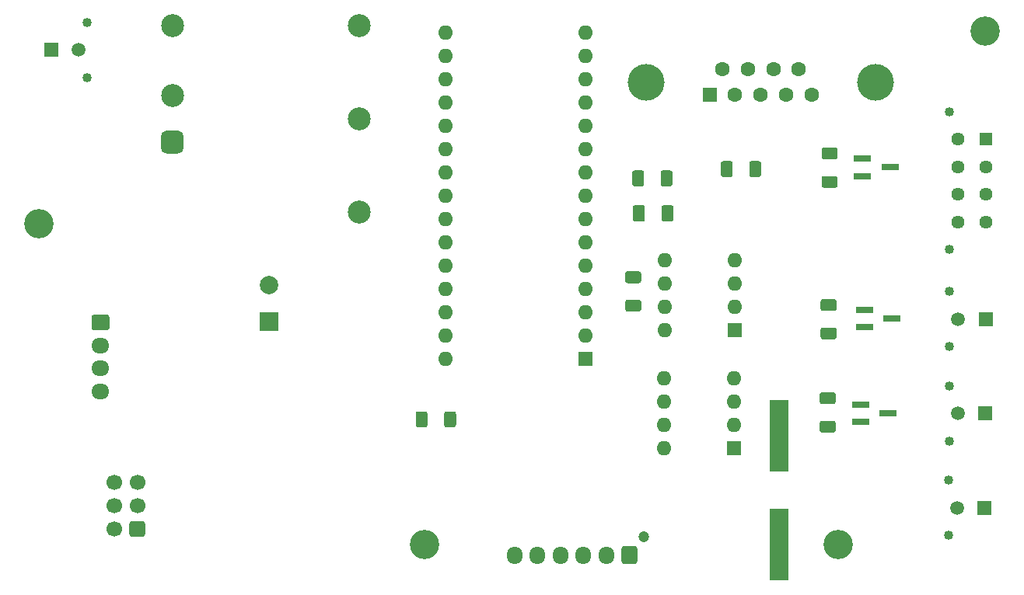
<source format=gbr>
%TF.GenerationSoftware,KiCad,Pcbnew,(5.1.10-1-10_14)*%
%TF.CreationDate,2022-01-10T15:26:04+01:00*%
%TF.ProjectId,E16 BMS Master,45313620-424d-4532-904d-61737465722e,rev?*%
%TF.SameCoordinates,Original*%
%TF.FileFunction,Soldermask,Top*%
%TF.FilePolarity,Negative*%
%FSLAX46Y46*%
G04 Gerber Fmt 4.6, Leading zero omitted, Abs format (unit mm)*
G04 Created by KiCad (PCBNEW (5.1.10-1-10_14)) date 2022-01-10 15:26:04*
%MOMM*%
%LPD*%
G01*
G04 APERTURE LIST*
%ADD10C,1.700000*%
%ADD11R,1.900000X0.800000*%
%ADD12C,1.200000*%
%ADD13O,1.700000X1.950000*%
%ADD14C,1.020000*%
%ADD15C,1.440000*%
%ADD16R,1.440000X1.440000*%
%ADD17C,1.520000*%
%ADD18R,1.520000X1.520000*%
%ADD19C,2.500000*%
%ADD20O,1.600000X1.600000*%
%ADD21R,1.600000X1.600000*%
%ADD22C,2.000000*%
%ADD23R,2.000000X2.000000*%
%ADD24R,2.000000X7.875000*%
%ADD25O,1.950000X1.700000*%
%ADD26C,3.200000*%
%ADD27C,4.000000*%
%ADD28C,1.600000*%
G04 APERTURE END LIST*
D10*
%TO.C,I2C&PWR1*%
X111150400Y-153212800D03*
X111150400Y-155752800D03*
X111150400Y-158292800D03*
X113690400Y-153212800D03*
X113690400Y-155752800D03*
G36*
G01*
X114540400Y-157692800D02*
X114540400Y-158892800D01*
G75*
G02*
X114290400Y-159142800I-250000J0D01*
G01*
X113090400Y-159142800D01*
G75*
G02*
X112840400Y-158892800I0J250000D01*
G01*
X112840400Y-157692800D01*
G75*
G02*
X113090400Y-157442800I250000J0D01*
G01*
X114290400Y-157442800D01*
G75*
G02*
X114540400Y-157692800I0J-250000D01*
G01*
G37*
%TD*%
D11*
%TO.C,Q3*%
X195454400Y-145694400D03*
X192454400Y-146644400D03*
X192454400Y-144744400D03*
%TD*%
%TO.C,Q2*%
X195889500Y-135372900D03*
X192889500Y-136322900D03*
X192889500Y-134422900D03*
%TD*%
%TO.C,Q1*%
X195657600Y-118872000D03*
X192657600Y-119822000D03*
X192657600Y-117922000D03*
%TD*%
D12*
%TO.C,J1*%
X168884400Y-159137600D03*
D13*
X154784400Y-161137600D03*
X157284400Y-161137600D03*
X159784400Y-161137600D03*
X162284400Y-161137600D03*
X164784400Y-161137600D03*
G36*
G01*
X168134400Y-160412600D02*
X168134400Y-161862600D01*
G75*
G02*
X167884400Y-162112600I-250000J0D01*
G01*
X166684400Y-162112600D01*
G75*
G02*
X166434400Y-161862600I0J250000D01*
G01*
X166434400Y-160412600D01*
G75*
G02*
X166684400Y-160162600I250000J0D01*
G01*
X167884400Y-160162600D01*
G75*
G02*
X168134400Y-160412600I0J-250000D01*
G01*
G37*
%TD*%
D14*
%TO.C,FAN1-4*%
X202155600Y-127823971D03*
X202155600Y-112824001D03*
D15*
X203095601Y-124823997D03*
X203095601Y-121823998D03*
X203095601Y-118823999D03*
X203095601Y-115824000D03*
X206095600Y-124823997D03*
X206095600Y-121823998D03*
X206095600Y-118823999D03*
D16*
X206095600Y-115824000D03*
%TD*%
D14*
%TO.C,R1*%
X202104800Y-148694389D03*
X202104800Y-142694401D03*
D17*
X203044801Y-145694400D03*
D18*
X206044800Y-145694400D03*
%TD*%
D14*
%TO.C,R2*%
X202155600Y-138432789D03*
X202155600Y-132432801D03*
D17*
X203095601Y-135432800D03*
D18*
X206095600Y-135432800D03*
%TD*%
D14*
%TO.C,INTERLOCK1*%
X202003200Y-159006789D03*
X202003200Y-153006801D03*
D17*
X202943201Y-156006800D03*
D18*
X205943200Y-156006800D03*
%TD*%
D19*
%TO.C,U1*%
X117500400Y-103428800D03*
X137820400Y-103428800D03*
X137820400Y-113588800D03*
X137820400Y-123748800D03*
X117500400Y-111048800D03*
G36*
G01*
X118125400Y-117378800D02*
X116875400Y-117378800D01*
G75*
G02*
X116250400Y-116753800I0J625000D01*
G01*
X116250400Y-115503800D01*
G75*
G02*
X116875400Y-114878800I625000J0D01*
G01*
X118125400Y-114878800D01*
G75*
G02*
X118750400Y-115503800I0J-625000D01*
G01*
X118750400Y-116753800D01*
G75*
G02*
X118125400Y-117378800I-625000J0D01*
G01*
G37*
%TD*%
D20*
%TO.C,A1*%
X147269200Y-104190800D03*
X162509200Y-104190800D03*
X147269200Y-139750800D03*
X162509200Y-106730800D03*
X147269200Y-137210800D03*
X162509200Y-109270800D03*
X147269200Y-134670800D03*
X162509200Y-111810800D03*
X147269200Y-132130800D03*
X162509200Y-114350800D03*
X147269200Y-129590800D03*
X162509200Y-116890800D03*
X147269200Y-127050800D03*
X162509200Y-119430800D03*
X147269200Y-124510800D03*
X162509200Y-121970800D03*
X147269200Y-121970800D03*
X162509200Y-124510800D03*
X147269200Y-119430800D03*
X162509200Y-127050800D03*
X147269200Y-116890800D03*
X162509200Y-129590800D03*
X147269200Y-114350800D03*
X162509200Y-132130800D03*
X147269200Y-111810800D03*
X162509200Y-134670800D03*
X147269200Y-109270800D03*
X162509200Y-137210800D03*
X147269200Y-106730800D03*
D21*
X162509200Y-139750800D03*
%TD*%
D22*
%TO.C,LS1*%
X128066800Y-131694800D03*
D23*
X128066800Y-135694800D03*
%TD*%
D24*
%TO.C,Y1*%
X183591200Y-148138900D03*
X183591200Y-160013900D03*
%TD*%
D20*
%TO.C,U3*%
X171043600Y-149504400D03*
X178663600Y-141884400D03*
X171043600Y-146964400D03*
X178663600Y-144424400D03*
X171043600Y-144424400D03*
X178663600Y-146964400D03*
X171043600Y-141884400D03*
D21*
X178663600Y-149504400D03*
%TD*%
D20*
%TO.C,U2*%
X171145200Y-136601200D03*
X178765200Y-128981200D03*
X171145200Y-134061200D03*
X178765200Y-131521200D03*
X171145200Y-131521200D03*
X178765200Y-134061200D03*
X171145200Y-128981200D03*
D21*
X178765200Y-136601200D03*
%TD*%
D25*
%TO.C,SPI1*%
X109677200Y-143288400D03*
X109677200Y-140788400D03*
X109677200Y-138288400D03*
G36*
G01*
X108952200Y-134938400D02*
X110402200Y-134938400D01*
G75*
G02*
X110652200Y-135188400I0J-250000D01*
G01*
X110652200Y-136388400D01*
G75*
G02*
X110402200Y-136638400I-250000J0D01*
G01*
X108952200Y-136638400D01*
G75*
G02*
X108702200Y-136388400I0J250000D01*
G01*
X108702200Y-135188400D01*
G75*
G02*
X108952200Y-134938400I250000J0D01*
G01*
G37*
%TD*%
%TO.C,R13*%
G36*
G01*
X180325600Y-119700200D02*
X180325600Y-118450200D01*
G75*
G02*
X180575600Y-118200200I250000J0D01*
G01*
X181375600Y-118200200D01*
G75*
G02*
X181625600Y-118450200I0J-250000D01*
G01*
X181625600Y-119700200D01*
G75*
G02*
X181375600Y-119950200I-250000J0D01*
G01*
X180575600Y-119950200D01*
G75*
G02*
X180325600Y-119700200I0J250000D01*
G01*
G37*
G36*
G01*
X177225600Y-119700200D02*
X177225600Y-118450200D01*
G75*
G02*
X177475600Y-118200200I250000J0D01*
G01*
X178275600Y-118200200D01*
G75*
G02*
X178525600Y-118450200I0J-250000D01*
G01*
X178525600Y-119700200D01*
G75*
G02*
X178275600Y-119950200I-250000J0D01*
G01*
X177475600Y-119950200D01*
G75*
G02*
X177225600Y-119700200I0J250000D01*
G01*
G37*
%TD*%
%TO.C,R9*%
G36*
G01*
X147102400Y-146979800D02*
X147102400Y-145729800D01*
G75*
G02*
X147352400Y-145479800I250000J0D01*
G01*
X148152400Y-145479800D01*
G75*
G02*
X148402400Y-145729800I0J-250000D01*
G01*
X148402400Y-146979800D01*
G75*
G02*
X148152400Y-147229800I-250000J0D01*
G01*
X147352400Y-147229800D01*
G75*
G02*
X147102400Y-146979800I0J250000D01*
G01*
G37*
G36*
G01*
X144002400Y-146979800D02*
X144002400Y-145729800D01*
G75*
G02*
X144252400Y-145479800I250000J0D01*
G01*
X145052400Y-145479800D01*
G75*
G02*
X145302400Y-145729800I0J-250000D01*
G01*
X145302400Y-146979800D01*
G75*
G02*
X145052400Y-147229800I-250000J0D01*
G01*
X144252400Y-147229800D01*
G75*
G02*
X144002400Y-146979800I0J250000D01*
G01*
G37*
%TD*%
%TO.C,R7*%
G36*
G01*
X167065800Y-133310800D02*
X168315800Y-133310800D01*
G75*
G02*
X168565800Y-133560800I0J-250000D01*
G01*
X168565800Y-134360800D01*
G75*
G02*
X168315800Y-134610800I-250000J0D01*
G01*
X167065800Y-134610800D01*
G75*
G02*
X166815800Y-134360800I0J250000D01*
G01*
X166815800Y-133560800D01*
G75*
G02*
X167065800Y-133310800I250000J0D01*
G01*
G37*
G36*
G01*
X167065800Y-130210800D02*
X168315800Y-130210800D01*
G75*
G02*
X168565800Y-130460800I0J-250000D01*
G01*
X168565800Y-131260800D01*
G75*
G02*
X168315800Y-131510800I-250000J0D01*
G01*
X167065800Y-131510800D01*
G75*
G02*
X166815800Y-131260800I0J250000D01*
G01*
X166815800Y-130460800D01*
G75*
G02*
X167065800Y-130210800I250000J0D01*
G01*
G37*
%TD*%
%TO.C,R6*%
G36*
G01*
X170673600Y-120716200D02*
X170673600Y-119466200D01*
G75*
G02*
X170923600Y-119216200I250000J0D01*
G01*
X171723600Y-119216200D01*
G75*
G02*
X171973600Y-119466200I0J-250000D01*
G01*
X171973600Y-120716200D01*
G75*
G02*
X171723600Y-120966200I-250000J0D01*
G01*
X170923600Y-120966200D01*
G75*
G02*
X170673600Y-120716200I0J250000D01*
G01*
G37*
G36*
G01*
X167573600Y-120716200D02*
X167573600Y-119466200D01*
G75*
G02*
X167823600Y-119216200I250000J0D01*
G01*
X168623600Y-119216200D01*
G75*
G02*
X168873600Y-119466200I0J-250000D01*
G01*
X168873600Y-120716200D01*
G75*
G02*
X168623600Y-120966200I-250000J0D01*
G01*
X167823600Y-120966200D01*
G75*
G02*
X167573600Y-120716200I0J250000D01*
G01*
G37*
%TD*%
%TO.C,R5*%
G36*
G01*
X189499400Y-144692800D02*
X188249400Y-144692800D01*
G75*
G02*
X187999400Y-144442800I0J250000D01*
G01*
X187999400Y-143642800D01*
G75*
G02*
X188249400Y-143392800I250000J0D01*
G01*
X189499400Y-143392800D01*
G75*
G02*
X189749400Y-143642800I0J-250000D01*
G01*
X189749400Y-144442800D01*
G75*
G02*
X189499400Y-144692800I-250000J0D01*
G01*
G37*
G36*
G01*
X189499400Y-147792800D02*
X188249400Y-147792800D01*
G75*
G02*
X187999400Y-147542800I0J250000D01*
G01*
X187999400Y-146742800D01*
G75*
G02*
X188249400Y-146492800I250000J0D01*
G01*
X189499400Y-146492800D01*
G75*
G02*
X189749400Y-146742800I0J-250000D01*
G01*
X189749400Y-147542800D01*
G75*
G02*
X189499400Y-147792800I-250000J0D01*
G01*
G37*
%TD*%
%TO.C,R4*%
G36*
G01*
X189601000Y-134532800D02*
X188351000Y-134532800D01*
G75*
G02*
X188101000Y-134282800I0J250000D01*
G01*
X188101000Y-133482800D01*
G75*
G02*
X188351000Y-133232800I250000J0D01*
G01*
X189601000Y-133232800D01*
G75*
G02*
X189851000Y-133482800I0J-250000D01*
G01*
X189851000Y-134282800D01*
G75*
G02*
X189601000Y-134532800I-250000J0D01*
G01*
G37*
G36*
G01*
X189601000Y-137632800D02*
X188351000Y-137632800D01*
G75*
G02*
X188101000Y-137382800I0J250000D01*
G01*
X188101000Y-136582800D01*
G75*
G02*
X188351000Y-136332800I250000J0D01*
G01*
X189601000Y-136332800D01*
G75*
G02*
X189851000Y-136582800I0J-250000D01*
G01*
X189851000Y-137382800D01*
G75*
G02*
X189601000Y-137632800I-250000J0D01*
G01*
G37*
%TD*%
%TO.C,R3*%
G36*
G01*
X188452600Y-119822800D02*
X189702600Y-119822800D01*
G75*
G02*
X189952600Y-120072800I0J-250000D01*
G01*
X189952600Y-120872800D01*
G75*
G02*
X189702600Y-121122800I-250000J0D01*
G01*
X188452600Y-121122800D01*
G75*
G02*
X188202600Y-120872800I0J250000D01*
G01*
X188202600Y-120072800D01*
G75*
G02*
X188452600Y-119822800I250000J0D01*
G01*
G37*
G36*
G01*
X188452600Y-116722800D02*
X189702600Y-116722800D01*
G75*
G02*
X189952600Y-116972800I0J-250000D01*
G01*
X189952600Y-117772800D01*
G75*
G02*
X189702600Y-118022800I-250000J0D01*
G01*
X188452600Y-118022800D01*
G75*
G02*
X188202600Y-117772800I0J250000D01*
G01*
X188202600Y-116972800D01*
G75*
G02*
X188452600Y-116722800I250000J0D01*
G01*
G37*
%TD*%
D14*
%TO.C,PWR1*%
X108232400Y-103070411D03*
X108232400Y-109070399D03*
D17*
X107292399Y-106070400D03*
D18*
X104292400Y-106070400D03*
%TD*%
D26*
%TO.C,H4*%
X145000000Y-160000000D03*
%TD*%
%TO.C,H3*%
X206000000Y-104000000D03*
%TD*%
%TO.C,H2*%
X190000000Y-160000000D03*
%TD*%
%TO.C,H1*%
X103000000Y-125000000D03*
%TD*%
D27*
%TO.C,CAN1*%
X169062000Y-109578000D03*
X194062000Y-109578000D03*
D28*
X185717000Y-108158000D03*
X182947000Y-108158000D03*
X180177000Y-108158000D03*
X177407000Y-108158000D03*
X187102000Y-110998000D03*
X184332000Y-110998000D03*
X181562000Y-110998000D03*
X178792000Y-110998000D03*
D21*
X176022000Y-110998000D03*
%TD*%
%TO.C,C4*%
G36*
G01*
X170775200Y-124551201D02*
X170775200Y-123251199D01*
G75*
G02*
X171025199Y-123001200I249999J0D01*
G01*
X171850201Y-123001200D01*
G75*
G02*
X172100200Y-123251199I0J-249999D01*
G01*
X172100200Y-124551201D01*
G75*
G02*
X171850201Y-124801200I-249999J0D01*
G01*
X171025199Y-124801200D01*
G75*
G02*
X170775200Y-124551201I0J249999D01*
G01*
G37*
G36*
G01*
X167650200Y-124551201D02*
X167650200Y-123251199D01*
G75*
G02*
X167900199Y-123001200I249999J0D01*
G01*
X168725201Y-123001200D01*
G75*
G02*
X168975200Y-123251199I0J-249999D01*
G01*
X168975200Y-124551201D01*
G75*
G02*
X168725201Y-124801200I-249999J0D01*
G01*
X167900199Y-124801200D01*
G75*
G02*
X167650200Y-124551201I0J249999D01*
G01*
G37*
%TD*%
M02*

</source>
